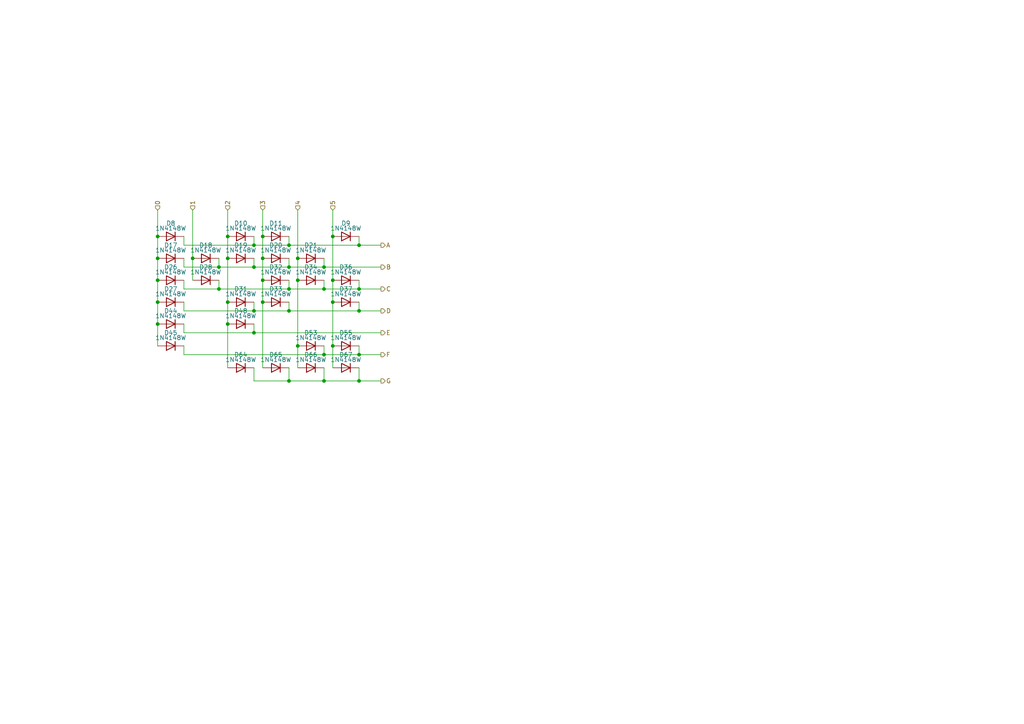
<source format=kicad_sch>
(kicad_sch (version 20230121) (generator eeschema)
  (paper "A4")
  (lib_symbols
    (symbol "Device:D" (pin_numbers hide) (pin_names (offset 1.016) hide)
      (property "Reference" "D" (at 0 2.54 0))
      (property "Value" "D" (at 0 -2.54 0))
      (symbol "D_0_1"
        (polyline (pts (xy -1.27 1.27) (xy -1.27 -1.27)) (stroke (width 0.254)))
        (polyline (pts (xy 1.27 0) (xy -1.27 0)))
        (polyline (pts (xy 1.27 1.27) (xy 1.27 -1.27) (xy -1.27 0) (xy 1.27 1.27)) (stroke (width 0.254)))
      )
      (symbol "D_1_1"
        (pin passive line (at -3.81 0 0) (length 2.54) (name "K") (number "1"))
        (pin passive line (at 3.81 0 180) (length 2.54) (name "A") (number "2"))
      )
    )
  )
  (junction (at 73.66 90.17))
  (junction (at 66.04 87.63))
  (junction (at 45.72 68.58))
  (junction (at 96.52 100.33))
  (junction (at 76.2 74.93))
  (junction (at 73.66 71.12))
  (junction (at 76.2 68.58))
  (junction (at 76.2 87.63))
  (junction (at 83.82 71.12))
  (junction (at 104.14 71.12))
  (junction (at 45.72 87.63))
  (junction (at 76.2 81.28))
  (junction (at 83.82 83.82))
  (junction (at 66.04 74.93))
  (junction (at 96.52 68.58))
  (junction (at 45.72 74.93))
  (junction (at 86.36 100.33))
  (junction (at 73.66 77.47))
  (junction (at 83.82 110.49))
  (junction (at 93.98 83.82))
  (junction (at 66.04 93.98))
  (junction (at 93.98 102.87))
  (junction (at 104.14 110.49))
  (junction (at 104.14 102.87))
  (junction (at 86.36 81.28))
  (junction (at 93.98 77.47))
  (junction (at 93.98 110.49))
  (junction (at 63.5 77.47))
  (junction (at 104.14 90.17))
  (junction (at 73.66 96.52))
  (junction (at 45.72 93.98))
  (junction (at 63.5 83.82))
  (junction (at 83.82 90.17))
  (junction (at 86.36 74.93))
  (junction (at 66.04 68.58))
  (junction (at 55.88 74.93))
  (junction (at 45.72 81.28))
  (junction (at 104.14 83.82))
  (junction (at 96.52 87.63))
  (junction (at 83.82 77.47))
  (junction (at 96.52 81.28))
  (wire (pts (xy 73.66 74.93) (xy 73.66 77.47)))
  (wire (pts (xy 96.52 81.28) (xy 96.52 87.63)))
  (wire (pts (xy 76.2 74.93) (xy 76.2 81.28)))
  (wire (pts (xy 96.52 100.33) (xy 96.52 106.68)))
  (wire (pts (xy 45.72 87.63) (xy 45.72 93.98)))
  (wire (pts (xy 86.36 81.28) (xy 86.36 100.33)))
  (wire (pts (xy 96.52 60.96) (xy 96.52 68.58)))
  (wire (pts (xy 76.2 87.63) (xy 76.2 106.68)))
  (wire (pts (xy 83.82 77.47) (xy 93.98 77.47)))
  (wire (pts (xy 53.34 68.58) (xy 53.34 71.12)))
  (wire (pts (xy 45.72 60.96) (xy 45.72 68.58)))
  (wire (pts (xy 53.34 87.63) (xy 53.34 90.17)))
  (wire (pts (xy 63.5 83.82) (xy 83.82 83.82)))
  (wire (pts (xy 86.36 74.93) (xy 86.36 81.28)))
  (wire (pts (xy 104.14 81.28) (xy 104.14 83.82)))
  (wire (pts (xy 63.5 81.28) (xy 63.5 83.82)))
  (wire (pts (xy 45.72 68.58) (xy 45.72 74.93)))
  (wire (pts (xy 73.66 87.63) (xy 73.66 90.17)))
  (wire (pts (xy 83.82 71.12) (xy 104.14 71.12)))
  (wire (pts (xy 104.14 100.33) (xy 104.14 102.87)))
  (wire (pts (xy 83.82 110.49) (xy 93.98 110.49)))
  (wire (pts (xy 66.04 93.98) (xy 66.04 106.68)))
  (wire (pts (xy 66.04 68.58) (xy 66.04 74.93)))
  (wire (pts (xy 66.04 87.63) (xy 66.04 93.98)))
  (wire (pts (xy 73.66 77.47) (xy 83.82 77.47)))
  (wire (pts (xy 45.72 93.98) (xy 45.72 100.33)))
  (wire (pts (xy 73.66 90.17) (xy 83.82 90.17)))
  (wire (pts (xy 45.72 81.28) (xy 45.72 87.63)))
  (wire (pts (xy 63.5 77.47) (xy 73.66 77.47)))
  (wire (pts (xy 93.98 106.68) (xy 93.98 110.49)))
  (wire (pts (xy 53.34 90.17) (xy 73.66 90.17)))
  (wire (pts (xy 83.82 68.58) (xy 83.82 71.12)))
  (wire (pts (xy 73.66 68.58) (xy 73.66 71.12)))
  (wire (pts (xy 73.66 71.12) (xy 83.82 71.12)))
  (wire (pts (xy 73.66 93.98) (xy 73.66 96.52)))
  (wire (pts (xy 86.36 100.33) (xy 86.36 106.68)))
  (wire (pts (xy 93.98 74.93) (xy 93.98 77.47)))
  (wire (pts (xy 66.04 74.93) (xy 66.04 87.63)))
  (wire (pts (xy 83.82 83.82) (xy 93.98 83.82)))
  (wire (pts (xy 104.14 106.68) (xy 104.14 110.49)))
  (wire (pts (xy 93.98 100.33) (xy 93.98 102.87)))
  (wire (pts (xy 53.34 77.47) (xy 63.5 77.47)))
  (wire (pts (xy 93.98 102.87) (xy 104.14 102.87)))
  (wire (pts (xy 93.98 81.28) (xy 93.98 83.82)))
  (wire (pts (xy 104.14 90.17) (xy 110.49 90.17)))
  (wire (pts (xy 53.34 96.52) (xy 73.66 96.52)))
  (wire (pts (xy 96.52 68.58) (xy 96.52 81.28)))
  (wire (pts (xy 53.34 93.98) (xy 53.34 96.52)))
  (wire (pts (xy 96.52 87.63) (xy 96.52 100.33)))
  (wire (pts (xy 93.98 77.47) (xy 110.49 77.47)))
  (wire (pts (xy 93.98 110.49) (xy 104.14 110.49)))
  (wire (pts (xy 76.2 60.96) (xy 76.2 68.58)))
  (wire (pts (xy 53.34 74.93) (xy 53.34 77.47)))
  (wire (pts (xy 55.88 60.96) (xy 55.88 74.93)))
  (wire (pts (xy 63.5 74.93) (xy 63.5 77.47)))
  (wire (pts (xy 104.14 71.12) (xy 110.49 71.12)))
  (wire (pts (xy 83.82 74.93) (xy 83.82 77.47)))
  (wire (pts (xy 73.66 106.68) (xy 73.66 110.49)))
  (wire (pts (xy 83.82 106.68) (xy 83.82 110.49)))
  (wire (pts (xy 104.14 68.58) (xy 104.14 71.12)))
  (wire (pts (xy 73.66 96.52) (xy 110.49 96.52)))
  (wire (pts (xy 76.2 68.58) (xy 76.2 74.93)))
  (wire (pts (xy 104.14 102.87) (xy 110.49 102.87)))
  (wire (pts (xy 53.34 83.82) (xy 63.5 83.82)))
  (wire (pts (xy 83.82 87.63) (xy 83.82 90.17)))
  (wire (pts (xy 104.14 110.49) (xy 110.49 110.49)))
  (wire (pts (xy 83.82 81.28) (xy 83.82 83.82)))
  (wire (pts (xy 53.34 102.87) (xy 93.98 102.87)))
  (wire (pts (xy 83.82 90.17) (xy 104.14 90.17)))
  (wire (pts (xy 104.14 83.82) (xy 110.49 83.82)))
  (wire (pts (xy 86.36 60.96) (xy 86.36 74.93)))
  (wire (pts (xy 45.72 74.93) (xy 45.72 81.28)))
  (wire (pts (xy 53.34 71.12) (xy 73.66 71.12)))
  (wire (pts (xy 53.34 100.33) (xy 53.34 102.87)))
  (wire (pts (xy 104.14 87.63) (xy 104.14 90.17)))
  (wire (pts (xy 76.2 81.28) (xy 76.2 87.63)))
  (wire (pts (xy 73.66 110.49) (xy 83.82 110.49)))
  (wire (pts (xy 55.88 74.93) (xy 55.88 81.28)))
  (wire (pts (xy 93.98 83.82) (xy 104.14 83.82)))
  (wire (pts (xy 66.04 60.96) (xy 66.04 68.58)))
  (wire (pts (xy 53.34 81.28) (xy 53.34 83.82)))
  (hierarchical_label "4" (shape input) (at 86.36 60.96 90))
  (hierarchical_label "F" (shape output) (at 110.49 102.87 0))
  (hierarchical_label "B" (shape output) (at 110.49 77.47 0))
  (hierarchical_label "A" (shape output) (at 110.49 71.12 0))
  (hierarchical_label "C" (shape output) (at 110.49 83.82 0))
  (hierarchical_label "G" (shape output) (at 110.49 110.49 0))
  (hierarchical_label "3" (shape input) (at 76.2 60.96 90))
  (hierarchical_label "2" (shape input) (at 66.04 60.96 90))
  (hierarchical_label "E" (shape output) (at 110.49 96.52 0))
  (hierarchical_label "0" (shape input) (at 45.72 60.96 90))
  (hierarchical_label "1" (shape input) (at 55.88 60.96 90))
  (hierarchical_label "5" (shape input) (at 96.52 60.96 90))
  (hierarchical_label "D" (shape output) (at 110.49 90.17 0))
  (symbol (lib_id "Device:D") (at 49.53 87.63 180) (unit 1)
    (property "Reference" "D27" (at 49.53 83.82 0))
    (property "Value" "1N4148W" (at 49.53 85.2711 0))
    (property "Footprint" "Diode_SMD:D_SOD-123" (effects hide))
    (property "Sim.Device" "D" (effects hide))
    (property "Sim.Pins" "1=K 2=A" (effects hide))
    (property "Assembly" "True" (effects hide))
    (property "LCSC_PN" "C81598" (effects hide))
    (property "Price" "0.0061" (effects hide))
    (instances (project "transistor_clock" (path "" (reference "D27") (unit 1)) (path "" (reference "D68") (unit 1)) (path "" (reference "D95") (unit 1))))
  )
  (symbol (lib_id "Device:D") (at 69.85 68.58 180) (unit 1)
    (property "Reference" "D10" (at 69.85 64.77 0))
    (property "Value" "1N4148W" (at 69.85 66.2211 0))
    (property "Footprint" "Diode_SMD:D_SOD-123" (effects hide))
    (property "Sim.Device" "D" (effects hide))
    (property "Sim.Pins" "1=K 2=A" (effects hide))
    (property "Assembly" "True" (effects hide))
    (property "LCSC_PN" "C81598" (effects hide))
    (property "Price" "0.0061" (effects hide))
    (instances (project "transistor_clock" (path "" (reference "D10") (unit 1)) (path "" (reference "D73") (unit 1)) (path "" (reference "D100") (unit 1))))
  )
  (symbol (lib_id "Device:D") (at 90.17 74.93 180) (unit 1)
    (property "Reference" "D21" (at 90.17 71.12 0))
    (property "Value" "1N4148W" (at 90.17 72.5711 0))
    (property "Footprint" "Diode_SMD:D_SOD-123" (effects hide))
    (property "Sim.Device" "D" (effects hide))
    (property "Sim.Pins" "1=K 2=A" (effects hide))
    (property "Assembly" "True" (effects hide))
    (property "LCSC_PN" "C81598" (effects hide))
    (property "Price" "0.0061" (effects hide))
    (instances (project "transistor_clock" (path "" (reference "D21") (unit 1)) (path "" (reference "D83") (unit 1)) (path "" (reference "D110") (unit 1))))
  )
  (symbol (lib_id "Device:D") (at 59.69 81.28 180) (unit 1)
    (property "Reference" "D28" (at 59.69 77.47 0))
    (property "Value" "1N4148W" (at 59.69 78.9211 0))
    (property "Footprint" "Diode_SMD:D_SOD-123" (effects hide))
    (property "Sim.Device" "D" (effects hide))
    (property "Sim.Pins" "1=K 2=A" (effects hide))
    (property "Assembly" "True" (effects hide))
    (property "LCSC_PN" "C81598" (effects hide))
    (property "Price" "0.0061" (effects hide))
    (instances (project "transistor_clock" (path "" (reference "D28") (unit 1)) (path "" (reference "D72") (unit 1)) (path "" (reference "D99") (unit 1))))
  )
  (symbol (lib_id "Device:D") (at 80.01 74.93 180) (unit 1)
    (property "Reference" "D20" (at 80.01 71.12 0))
    (property "Value" "1N4148W" (at 80.01 72.5711 0))
    (property "Footprint" "Diode_SMD:D_SOD-123" (effects hide))
    (property "Sim.Device" "D" (effects hide))
    (property "Sim.Pins" "1=K 2=A" (effects hide))
    (property "Assembly" "True" (effects hide))
    (property "LCSC_PN" "C81598" (effects hide))
    (property "Price" "0.0061" (effects hide))
    (instances (project "transistor_clock" (path "" (reference "D20") (unit 1)) (path "" (reference "D79") (unit 1)) (path "" (reference "D106") (unit 1))))
  )
  (symbol (lib_id "Device:D") (at 100.33 68.58 180) (unit 1)
    (property "Reference" "D9" (at 100.33 64.77 0))
    (property "Value" "1N4148W" (at 100.33 66.2211 0))
    (property "Footprint" "Diode_SMD:D_SOD-123" (effects hide))
    (property "Sim.Device" "D" (effects hide))
    (property "Sim.Pins" "1=K 2=A" (effects hide))
    (property "Assembly" "True" (effects hide))
    (property "LCSC_PN" "C81598" (effects hide))
    (property "Price" "0.0061" (effects hide))
    (instances (project "transistor_clock" (path "" (reference "D9") (unit 1)) (path "" (reference "D87") (unit 1)) (path "" (reference "D114") (unit 1))))
  )
  (symbol (lib_id "Device:D") (at 80.01 81.28 180) (unit 1)
    (property "Reference" "D32" (at 80.01 77.47 0))
    (property "Value" "1N4148W" (at 80.01 78.9211 0))
    (property "Footprint" "Diode_SMD:D_SOD-123" (effects hide))
    (property "Sim.Device" "D" (effects hide))
    (property "Sim.Pins" "1=K 2=A" (effects hide))
    (property "Assembly" "True" (effects hide))
    (property "LCSC_PN" "C81598" (effects hide))
    (property "Price" "0.0061" (effects hide))
    (instances (project "transistor_clock" (path "" (reference "D32") (unit 1)) (path "" (reference "D80") (unit 1)) (path "" (reference "D107") (unit 1))))
  )
  (symbol (lib_id "Device:D") (at 49.53 93.98 180) (unit 1)
    (property "Reference" "D44" (at 49.53 90.17 0))
    (property "Value" "1N4148W" (at 49.53 91.6211 0))
    (property "Footprint" "Diode_SMD:D_SOD-123" (effects hide))
    (property "Sim.Device" "D" (effects hide))
    (property "Sim.Pins" "1=K 2=A" (effects hide))
    (property "Assembly" "True" (effects hide))
    (property "LCSC_PN" "C81598" (effects hide))
    (property "Price" "0.0061" (effects hide))
    (instances (project "transistor_clock" (path "" (reference "D44") (unit 1)) (path "" (reference "D69") (unit 1)) (path "" (reference "D96") (unit 1))))
  )
  (symbol (lib_id "Device:D") (at 69.85 93.98 180) (unit 1)
    (property "Reference" "D48" (at 69.85 90.17 0))
    (property "Value" "1N4148W" (at 69.85 91.6211 0))
    (property "Footprint" "Diode_SMD:D_SOD-123" (effects hide))
    (property "Sim.Device" "D" (effects hide))
    (property "Sim.Pins" "1=K 2=A" (effects hide))
    (property "Assembly" "True" (effects hide))
    (property "LCSC_PN" "C81598" (effects hide))
    (property "Price" "0.0061" (effects hide))
    (instances (project "transistor_clock" (path "" (reference "D48") (unit 1)) (path "" (reference "D76") (unit 1)) (path "" (reference "D103") (unit 1))))
  )
  (symbol (lib_id "Device:D") (at 90.17 106.68 180) (unit 1)
    (property "Reference" "D66" (at 90.17 102.87 0))
    (property "Value" "1N4148W" (at 90.17 104.3211 0))
    (property "Footprint" "Diode_SMD:D_SOD-123" (effects hide))
    (property "Sim.Device" "D" (effects hide))
    (property "Sim.Pins" "1=K 2=A" (effects hide))
    (property "Assembly" "True" (effects hide))
    (property "LCSC_PN" "C81598" (effects hide))
    (property "Price" "0.0061" (effects hide))
    (instances (project "transistor_clock" (path "" (reference "D66") (unit 1)) (path "" (reference "D86") (unit 1)) (path "" (reference "D113") (unit 1))))
  )
  (symbol (lib_id "Device:D") (at 100.33 100.33 180) (unit 1)
    (property "Reference" "D55" (at 100.33 96.52 0))
    (property "Value" "1N4148W" (at 100.33 97.9711 0))
    (property "Footprint" "Diode_SMD:D_SOD-123" (effects hide))
    (property "Sim.Device" "D" (effects hide))
    (property "Sim.Pins" "1=K 2=A" (effects hide))
    (property "Assembly" "True" (effects hide))
    (property "LCSC_PN" "C81598" (effects hide))
    (property "Price" "0.0061" (effects hide))
    (instances (project "transistor_clock" (path "" (reference "D55") (unit 1)) (path "" (reference "D90") (unit 1)) (path "" (reference "D117") (unit 1))))
  )
  (symbol (lib_id "Device:D") (at 90.17 81.28 180) (unit 1)
    (property "Reference" "D34" (at 90.17 77.47 0))
    (property "Value" "1N4148W" (at 90.17 78.9211 0))
    (property "Footprint" "Diode_SMD:D_SOD-123" (effects hide))
    (property "Sim.Device" "D" (effects hide))
    (property "Sim.Pins" "1=K 2=A" (effects hide))
    (property "Assembly" "True" (effects hide))
    (property "LCSC_PN" "C81598" (effects hide))
    (property "Price" "0.0061" (effects hide))
    (instances (project "transistor_clock" (path "" (reference "D34") (unit 1)) (path "" (reference "D84") (unit 1)) (path "" (reference "D111") (unit 1))))
  )
  (symbol (lib_id "Device:D") (at 49.53 100.33 180) (unit 1)
    (property "Reference" "D45" (at 49.53 96.52 0))
    (property "Value" "1N4148W" (at 49.53 97.9711 0))
    (property "Footprint" "Diode_SMD:D_SOD-123" (effects hide))
    (property "Sim.Device" "D" (effects hide))
    (property "Sim.Pins" "1=K 2=A" (effects hide))
    (property "Assembly" "True" (effects hide))
    (property "LCSC_PN" "C81598" (effects hide))
    (property "Price" "0.0061" (effects hide))
    (instances (project "transistor_clock" (path "" (reference "D45") (unit 1)) (path "" (reference "D70") (unit 1)) (path "" (reference "D97") (unit 1))))
  )
  (symbol (lib_id "Device:D") (at 49.53 68.58 180) (unit 1)
    (property "Reference" "D8" (at 49.53 64.77 0))
    (property "Value" "1N4148W" (at 49.53 66.2211 0))
    (property "Footprint" "Diode_SMD:D_SOD-123" (effects hide))
    (property "Sim.Device" "D" (effects hide))
    (property "Sim.Pins" "1=K 2=A" (effects hide))
    (property "Assembly" "True" (effects hide))
    (property "LCSC_PN" "C81598" (effects hide))
    (property "Price" "0.0061" (effects hide))
    (instances (project "transistor_clock" (path "" (reference "D8") (unit 1)) (path "" (reference "D65") (unit 1)) (path "" (reference "D92") (unit 1))))
  )
  (symbol (lib_id "Device:D") (at 90.17 100.33 180) (unit 1)
    (property "Reference" "D53" (at 90.17 96.52 0))
    (property "Value" "1N4148W" (at 90.17 97.9711 0))
    (property "Footprint" "Diode_SMD:D_SOD-123" (effects hide))
    (property "Sim.Device" "D" (effects hide))
    (property "Sim.Pins" "1=K 2=A" (effects hide))
    (property "Assembly" "True" (effects hide))
    (property "LCSC_PN" "C81598" (effects hide))
    (property "Price" "0.0061" (effects hide))
    (instances (project "transistor_clock" (path "" (reference "D53") (unit 1)) (path "" (reference "D85") (unit 1)) (path "" (reference "D112") (unit 1))))
  )
  (symbol (lib_id "Device:D") (at 80.01 68.58 180) (unit 1)
    (property "Reference" "D11" (at 80.01 64.77 0))
    (property "Value" "1N4148W" (at 80.01 66.2211 0))
    (property "Footprint" "Diode_SMD:D_SOD-123" (effects hide))
    (property "Sim.Device" "D" (effects hide))
    (property "Sim.Pins" "1=K 2=A" (effects hide))
    (property "Assembly" "True" (effects hide))
    (property "LCSC_PN" "C81598" (effects hide))
    (property "Price" "0.0061" (effects hide))
    (instances (project "transistor_clock" (path "" (reference "D11") (unit 1)) (path "" (reference "D78") (unit 1)) (path "" (reference "D105") (unit 1))))
  )
  (symbol (lib_id "Device:D") (at 100.33 87.63 180) (unit 1)
    (property "Reference" "D37" (at 100.33 83.82 0))
    (property "Value" "1N4148W" (at 100.33 85.2711 0))
    (property "Footprint" "Diode_SMD:D_SOD-123" (effects hide))
    (property "Sim.Device" "D" (effects hide))
    (property "Sim.Pins" "1=K 2=A" (effects hide))
    (property "Assembly" "True" (effects hide))
    (property "LCSC_PN" "C81598" (effects hide))
    (property "Price" "0.0061" (effects hide))
    (instances (project "transistor_clock" (path "" (reference "D37") (unit 1)) (path "" (reference "D89") (unit 1)) (path "" (reference "D116") (unit 1))))
  )
  (symbol (lib_id "Device:D") (at 80.01 87.63 180) (unit 1)
    (property "Reference" "D33" (at 80.01 83.82 0))
    (property "Value" "1N4148W" (at 80.01 85.2711 0))
    (property "Footprint" "Diode_SMD:D_SOD-123" (effects hide))
    (property "Sim.Device" "D" (effects hide))
    (property "Sim.Pins" "1=K 2=A" (effects hide))
    (property "Assembly" "True" (effects hide))
    (property "LCSC_PN" "C81598" (effects hide))
    (property "Price" "0.0061" (effects hide))
    (instances (project "transistor_clock" (path "" (reference "D33") (unit 1)) (path "" (reference "D81") (unit 1)) (path "" (reference "D108") (unit 1))))
  )
  (symbol (lib_id "Device:D") (at 49.53 74.93 180) (unit 1)
    (property "Reference" "D17" (at 49.53 71.12 0))
    (property "Value" "1N4148W" (at 49.53 72.5711 0))
    (property "Footprint" "Diode_SMD:D_SOD-123" (effects hide))
    (property "Sim.Device" "D" (effects hide))
    (property "Sim.Pins" "1=K 2=A" (effects hide))
    (property "Assembly" "True" (effects hide))
    (property "LCSC_PN" "C81598" (effects hide))
    (property "Price" "0.0061" (effects hide))
    (instances (project "transistor_clock" (path "" (reference "D17") (unit 1)) (path "" (reference "D66") (unit 1)) (path "" (reference "D93") (unit 1))))
  )
  (symbol (lib_id "Device:D") (at 59.69 74.93 180) (unit 1)
    (property "Reference" "D18" (at 59.69 71.12 0))
    (property "Value" "1N4148W" (at 59.69 72.5711 0))
    (property "Footprint" "Diode_SMD:D_SOD-123" (effects hide))
    (property "Sim.Device" "D" (effects hide))
    (property "Sim.Pins" "1=K 2=A" (effects hide))
    (property "Assembly" "True" (effects hide))
    (property "LCSC_PN" "C81598" (effects hide))
    (property "Price" "0.0061" (effects hide))
    (instances (project "transistor_clock" (path "" (reference "D18") (unit 1)) (path "" (reference "D71") (unit 1)) (path "" (reference "D98") (unit 1))))
  )
  (symbol (lib_id "Device:D") (at 49.53 81.28 180) (unit 1)
    (property "Reference" "D26" (at 49.53 77.47 0))
    (property "Value" "1N4148W" (at 49.53 78.9211 0))
    (property "Footprint" "Diode_SMD:D_SOD-123" (effects hide))
    (property "Sim.Device" "D" (effects hide))
    (property "Sim.Pins" "1=K 2=A" (effects hide))
    (property "Assembly" "True" (effects hide))
    (property "LCSC_PN" "C81598" (effects hide))
    (property "Price" "0.0061" (effects hide))
    (instances (project "transistor_clock" (path "" (reference "D26") (unit 1)) (path "" (reference "D67") (unit 1)) (path "" (reference "D94") (unit 1))))
  )
  (symbol (lib_id "Device:D") (at 80.01 106.68 180) (unit 1)
    (property "Reference" "D65" (at 80.01 102.87 0))
    (property "Value" "1N4148W" (at 80.01 104.3211 0))
    (property "Footprint" "Diode_SMD:D_SOD-123" (effects hide))
    (property "Sim.Device" "D" (effects hide))
    (property "Sim.Pins" "1=K 2=A" (effects hide))
    (property "Assembly" "True" (effects hide))
    (property "LCSC_PN" "C81598" (effects hide))
    (property "Price" "0.0061" (effects hide))
    (instances (project "transistor_clock" (path "" (reference "D65") (unit 1)) (path "" (reference "D82") (unit 1)) (path "" (reference "D109") (unit 1))))
  )
  (symbol (lib_id "Device:D") (at 100.33 106.68 180) (unit 1)
    (property "Reference" "D67" (at 100.33 102.87 0))
    (property "Value" "1N4148W" (at 100.33 104.3211 0))
    (property "Footprint" "Diode_SMD:D_SOD-123" (effects hide))
    (property "Sim.Device" "D" (effects hide))
    (property "Sim.Pins" "1=K 2=A" (effects hide))
    (property "Assembly" "True" (effects hide))
    (property "LCSC_PN" "C81598" (effects hide))
    (property "Price" "0.0061" (effects hide))
    (instances (project "transistor_clock" (path "" (reference "D67") (unit 1)) (path "" (reference "D91") (unit 1)) (path "" (reference "D118") (unit 1))))
  )
  (symbol (lib_id "Device:D") (at 69.85 106.68 180) (unit 1)
    (property "Reference" "D64" (at 69.85 102.87 0))
    (property "Value" "1N4148W" (at 69.85 104.3211 0))
    (property "Footprint" "Diode_SMD:D_SOD-123" (effects hide))
    (property "Sim.Device" "D" (effects hide))
    (property "Sim.Pins" "1=K 2=A" (effects hide))
    (property "Assembly" "True" (effects hide))
    (property "LCSC_PN" "C81598" (effects hide))
    (property "Price" "0.0061" (effects hide))
    (instances (project "transistor_clock" (path "" (reference "D64") (unit 1)) (path "" (reference "D77") (unit 1)) (path "" (reference "D104") (unit 1))))
  )
  (symbol (lib_id "Device:D") (at 69.85 87.63 180) (unit 1)
    (property "Reference" "D31" (at 69.85 83.82 0))
    (property "Value" "1N4148W" (at 69.85 85.2711 0))
    (property "Footprint" "Diode_SMD:D_SOD-123" (effects hide))
    (property "Sim.Device" "D" (effects hide))
    (property "Sim.Pins" "1=K 2=A" (effects hide))
    (property "Assembly" "True" (effects hide))
    (property "LCSC_PN" "C81598" (effects hide))
    (property "Price" "0.0061" (effects hide))
    (instances (project "transistor_clock" (path "" (reference "D31") (unit 1)) (path "" (reference "D75") (unit 1)) (path "" (reference "D102") (unit 1))))
  )
  (symbol (lib_id "Device:D") (at 100.33 81.28 180) (unit 1)
    (property "Reference" "D36" (at 100.33 77.47 0))
    (property "Value" "1N4148W" (at 100.33 78.9211 0))
    (property "Footprint" "Diode_SMD:D_SOD-123" (effects hide))
    (property "Sim.Device" "D" (effects hide))
    (property "Sim.Pins" "1=K 2=A" (effects hide))
    (property "Assembly" "True" (effects hide))
    (property "LCSC_PN" "C81598" (effects hide))
    (property "Price" "0.0061" (effects hide))
    (instances (project "transistor_clock" (path "" (reference "D36") (unit 1)) (path "" (reference "D88") (unit 1)) (path "" (reference "D115") (unit 1))))
  )
  (symbol (lib_id "Device:D") (at 69.85 74.93 180) (unit 1)
    (property "Reference" "D19" (at 69.85 71.12 0))
    (property "Value" "1N4148W" (at 69.85 72.5711 0))
    (property "Footprint" "Diode_SMD:D_SOD-123" (effects hide))
    (property "Sim.Device" "D" (effects hide))
    (property "Sim.Pins" "1=K 2=A" (effects hide))
    (property "Assembly" "True" (effects hide))
    (property "LCSC_PN" "C81598" (effects hide))
    (property "Price" "0.0061" (effects hide))
    (instances (project "transistor_clock" (path "" (reference "D19") (unit 1)) (path "" (reference "D74") (unit 1)) (path "" (reference "D101") (unit 1))))
  )
)
</source>
